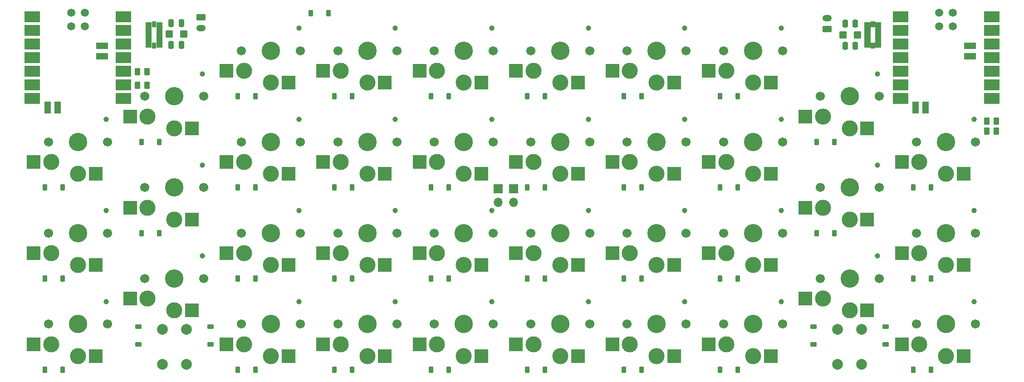
<source format=gbr>
%TF.GenerationSoftware,KiCad,Pcbnew,7.0.2-0*%
%TF.CreationDate,2024-11-09T14:05:59-05:00*%
%TF.ProjectId,PCB,5043422e-6b69-4636-9164-5f7063625858,rev?*%
%TF.SameCoordinates,Original*%
%TF.FileFunction,Soldermask,Bot*%
%TF.FilePolarity,Negative*%
%FSLAX46Y46*%
G04 Gerber Fmt 4.6, Leading zero omitted, Abs format (unit mm)*
G04 Created by KiCad (PCBNEW 7.0.2-0) date 2024-11-09 14:05:59*
%MOMM*%
%LPD*%
G01*
G04 APERTURE LIST*
G04 Aperture macros list*
%AMRoundRect*
0 Rectangle with rounded corners*
0 $1 Rounding radius*
0 $2 $3 $4 $5 $6 $7 $8 $9 X,Y pos of 4 corners*
0 Add a 4 corners polygon primitive as box body*
4,1,4,$2,$3,$4,$5,$6,$7,$8,$9,$2,$3,0*
0 Add four circle primitives for the rounded corners*
1,1,$1+$1,$2,$3*
1,1,$1+$1,$4,$5*
1,1,$1+$1,$6,$7*
1,1,$1+$1,$8,$9*
0 Add four rect primitives between the rounded corners*
20,1,$1+$1,$2,$3,$4,$5,0*
20,1,$1+$1,$4,$5,$6,$7,0*
20,1,$1+$1,$6,$7,$8,$9,0*
20,1,$1+$1,$8,$9,$2,$3,0*%
G04 Aperture macros list end*
%ADD10C,0.010000*%
%ADD11C,1.701800*%
%ADD12C,3.000000*%
%ADD13C,3.429000*%
%ADD14C,0.990600*%
%ADD15R,2.600000X2.600000*%
%ADD16C,2.000000*%
%ADD17R,1.700000X1.700000*%
%ADD18O,1.700000X1.700000*%
%ADD19RoundRect,0.225000X0.225000X0.375000X-0.225000X0.375000X-0.225000X-0.375000X0.225000X-0.375000X0*%
%ADD20RoundRect,0.250000X0.625000X-0.350000X0.625000X0.350000X-0.625000X0.350000X-0.625000X-0.350000X0*%
%ADD21O,1.750000X1.200000*%
%ADD22RoundRect,0.225000X0.375000X-0.225000X0.375000X0.225000X-0.375000X0.225000X-0.375000X-0.225000X0*%
%ADD23RoundRect,0.250000X-0.450000X-0.425000X0.450000X-0.425000X0.450000X0.425000X-0.450000X0.425000X0*%
%ADD24RoundRect,0.250000X-0.250000X-0.475000X0.250000X-0.475000X0.250000X0.475000X-0.250000X0.475000X0*%
%ADD25RoundRect,0.250000X-0.262500X-0.450000X0.262500X-0.450000X0.262500X0.450000X-0.262500X0.450000X0*%
%ADD26RoundRect,0.250000X0.250000X0.475000X-0.250000X0.475000X-0.250000X-0.475000X0.250000X-0.475000X0*%
%ADD27R,3.000000X2.000000*%
%ADD28C,1.500000*%
%ADD29R,1.300000X2.300000*%
%ADD30R,2.300000X1.300000*%
%ADD31RoundRect,0.250000X0.450000X0.425000X-0.450000X0.425000X-0.450000X-0.425000X0.450000X-0.425000X0*%
%ADD32RoundRect,0.250000X0.262500X0.450000X-0.262500X0.450000X-0.262500X-0.450000X0.262500X-0.450000X0*%
%ADD33RoundRect,0.250000X-0.625000X0.350000X-0.625000X-0.350000X0.625000X-0.350000X0.625000X0.350000X0*%
G04 APERTURE END LIST*
%TO.C,U1*%
D10*
X49665000Y-29343000D02*
X48645000Y-29343000D01*
X48645000Y-28633000D01*
X49665000Y-28633000D01*
X49665000Y-29343000D01*
G36*
X49665000Y-29343000D02*
G01*
X48645000Y-29343000D01*
X48645000Y-28633000D01*
X49665000Y-28633000D01*
X49665000Y-29343000D01*
G37*
X49665000Y-30143000D02*
X48645000Y-30143000D01*
X48645000Y-29433000D01*
X49665000Y-29433000D01*
X49665000Y-30143000D01*
G36*
X49665000Y-30143000D02*
G01*
X48645000Y-30143000D01*
X48645000Y-29433000D01*
X49665000Y-29433000D01*
X49665000Y-30143000D01*
G37*
X49665000Y-30943000D02*
X48645000Y-30943000D01*
X48645000Y-30233000D01*
X49665000Y-30233000D01*
X49665000Y-30943000D01*
G36*
X49665000Y-30943000D02*
G01*
X48645000Y-30943000D01*
X48645000Y-30233000D01*
X49665000Y-30233000D01*
X49665000Y-30943000D01*
G37*
X49665000Y-31743000D02*
X48645000Y-31743000D01*
X48645000Y-31033000D01*
X49665000Y-31033000D01*
X49665000Y-31743000D01*
G36*
X49665000Y-31743000D02*
G01*
X48645000Y-31743000D01*
X48645000Y-31033000D01*
X49665000Y-31033000D01*
X49665000Y-31743000D01*
G37*
X49665000Y-32543000D02*
X48645000Y-32543000D01*
X48645000Y-31833000D01*
X49665000Y-31833000D01*
X49665000Y-32543000D01*
G36*
X49665000Y-32543000D02*
G01*
X48645000Y-32543000D01*
X48645000Y-31833000D01*
X49665000Y-31833000D01*
X49665000Y-32543000D01*
G37*
X49665000Y-33343000D02*
X48645000Y-33343000D01*
X48645000Y-32633000D01*
X49665000Y-32633000D01*
X49665000Y-33343000D01*
G36*
X49665000Y-33343000D02*
G01*
X48645000Y-33343000D01*
X48645000Y-32633000D01*
X49665000Y-32633000D01*
X49665000Y-33343000D01*
G37*
X50520000Y-29488000D02*
X49810000Y-29488000D01*
X49810000Y-28468000D01*
X50520000Y-28468000D01*
X50520000Y-29488000D01*
G36*
X50520000Y-29488000D02*
G01*
X49810000Y-29488000D01*
X49810000Y-28468000D01*
X50520000Y-28468000D01*
X50520000Y-29488000D01*
G37*
X50520000Y-33508000D02*
X49810000Y-33508000D01*
X49810000Y-32488000D01*
X50520000Y-32488000D01*
X50520000Y-33508000D01*
G36*
X50520000Y-33508000D02*
G01*
X49810000Y-33508000D01*
X49810000Y-32488000D01*
X50520000Y-32488000D01*
X50520000Y-33508000D01*
G37*
X51685000Y-29343000D02*
X50665000Y-29343000D01*
X50665000Y-28633000D01*
X51685000Y-28633000D01*
X51685000Y-29343000D01*
G36*
X51685000Y-29343000D02*
G01*
X50665000Y-29343000D01*
X50665000Y-28633000D01*
X51685000Y-28633000D01*
X51685000Y-29343000D01*
G37*
X51685000Y-30143000D02*
X50665000Y-30143000D01*
X50665000Y-29433000D01*
X51685000Y-29433000D01*
X51685000Y-30143000D01*
G36*
X51685000Y-30143000D02*
G01*
X50665000Y-30143000D01*
X50665000Y-29433000D01*
X51685000Y-29433000D01*
X51685000Y-30143000D01*
G37*
X51685000Y-30943000D02*
X50665000Y-30943000D01*
X50665000Y-30233000D01*
X51685000Y-30233000D01*
X51685000Y-30943000D01*
G36*
X51685000Y-30943000D02*
G01*
X50665000Y-30943000D01*
X50665000Y-30233000D01*
X51685000Y-30233000D01*
X51685000Y-30943000D01*
G37*
X51685000Y-31743000D02*
X50665000Y-31743000D01*
X50665000Y-31033000D01*
X51685000Y-31033000D01*
X51685000Y-31743000D01*
G36*
X51685000Y-31743000D02*
G01*
X50665000Y-31743000D01*
X50665000Y-31033000D01*
X51685000Y-31033000D01*
X51685000Y-31743000D01*
G37*
X51685000Y-32543000D02*
X50665000Y-32543000D01*
X50665000Y-31833000D01*
X51685000Y-31833000D01*
X51685000Y-32543000D01*
G36*
X51685000Y-32543000D02*
G01*
X50665000Y-32543000D01*
X50665000Y-31833000D01*
X51685000Y-31833000D01*
X51685000Y-32543000D01*
G37*
X51685000Y-33343000D02*
X50665000Y-33343000D01*
X50665000Y-32633000D01*
X51685000Y-32633000D01*
X51685000Y-33343000D01*
G36*
X51685000Y-33343000D02*
G01*
X50665000Y-33343000D01*
X50665000Y-32633000D01*
X51685000Y-32633000D01*
X51685000Y-33343000D01*
G37*
%TO.C,U3*%
X185820000Y-33343000D02*
X184800000Y-33343000D01*
X184800000Y-32633000D01*
X185820000Y-32633000D01*
X185820000Y-33343000D01*
G36*
X185820000Y-33343000D02*
G01*
X184800000Y-33343000D01*
X184800000Y-32633000D01*
X185820000Y-32633000D01*
X185820000Y-33343000D01*
G37*
X185820000Y-32543000D02*
X184800000Y-32543000D01*
X184800000Y-31833000D01*
X185820000Y-31833000D01*
X185820000Y-32543000D01*
G36*
X185820000Y-32543000D02*
G01*
X184800000Y-32543000D01*
X184800000Y-31833000D01*
X185820000Y-31833000D01*
X185820000Y-32543000D01*
G37*
X185820000Y-31743000D02*
X184800000Y-31743000D01*
X184800000Y-31033000D01*
X185820000Y-31033000D01*
X185820000Y-31743000D01*
G36*
X185820000Y-31743000D02*
G01*
X184800000Y-31743000D01*
X184800000Y-31033000D01*
X185820000Y-31033000D01*
X185820000Y-31743000D01*
G37*
X185820000Y-30943000D02*
X184800000Y-30943000D01*
X184800000Y-30233000D01*
X185820000Y-30233000D01*
X185820000Y-30943000D01*
G36*
X185820000Y-30943000D02*
G01*
X184800000Y-30943000D01*
X184800000Y-30233000D01*
X185820000Y-30233000D01*
X185820000Y-30943000D01*
G37*
X185820000Y-30143000D02*
X184800000Y-30143000D01*
X184800000Y-29433000D01*
X185820000Y-29433000D01*
X185820000Y-30143000D01*
G36*
X185820000Y-30143000D02*
G01*
X184800000Y-30143000D01*
X184800000Y-29433000D01*
X185820000Y-29433000D01*
X185820000Y-30143000D01*
G37*
X185820000Y-29343000D02*
X184800000Y-29343000D01*
X184800000Y-28633000D01*
X185820000Y-28633000D01*
X185820000Y-29343000D01*
G36*
X185820000Y-29343000D02*
G01*
X184800000Y-29343000D01*
X184800000Y-28633000D01*
X185820000Y-28633000D01*
X185820000Y-29343000D01*
G37*
X184655000Y-33508000D02*
X183945000Y-33508000D01*
X183945000Y-32488000D01*
X184655000Y-32488000D01*
X184655000Y-33508000D01*
G36*
X184655000Y-33508000D02*
G01*
X183945000Y-33508000D01*
X183945000Y-32488000D01*
X184655000Y-32488000D01*
X184655000Y-33508000D01*
G37*
X184655000Y-29488000D02*
X183945000Y-29488000D01*
X183945000Y-28468000D01*
X184655000Y-28468000D01*
X184655000Y-29488000D01*
G36*
X184655000Y-29488000D02*
G01*
X183945000Y-29488000D01*
X183945000Y-28468000D01*
X184655000Y-28468000D01*
X184655000Y-29488000D01*
G37*
X183800000Y-33343000D02*
X182780000Y-33343000D01*
X182780000Y-32633000D01*
X183800000Y-32633000D01*
X183800000Y-33343000D01*
G36*
X183800000Y-33343000D02*
G01*
X182780000Y-33343000D01*
X182780000Y-32633000D01*
X183800000Y-32633000D01*
X183800000Y-33343000D01*
G37*
X183800000Y-32543000D02*
X182780000Y-32543000D01*
X182780000Y-31833000D01*
X183800000Y-31833000D01*
X183800000Y-32543000D01*
G36*
X183800000Y-32543000D02*
G01*
X182780000Y-32543000D01*
X182780000Y-31833000D01*
X183800000Y-31833000D01*
X183800000Y-32543000D01*
G37*
X183800000Y-31743000D02*
X182780000Y-31743000D01*
X182780000Y-31033000D01*
X183800000Y-31033000D01*
X183800000Y-31743000D01*
G36*
X183800000Y-31743000D02*
G01*
X182780000Y-31743000D01*
X182780000Y-31033000D01*
X183800000Y-31033000D01*
X183800000Y-31743000D01*
G37*
X183800000Y-30943000D02*
X182780000Y-30943000D01*
X182780000Y-30233000D01*
X183800000Y-30233000D01*
X183800000Y-30943000D01*
G36*
X183800000Y-30943000D02*
G01*
X182780000Y-30943000D01*
X182780000Y-30233000D01*
X183800000Y-30233000D01*
X183800000Y-30943000D01*
G37*
X183800000Y-30143000D02*
X182780000Y-30143000D01*
X182780000Y-29433000D01*
X183800000Y-29433000D01*
X183800000Y-30143000D01*
G36*
X183800000Y-30143000D02*
G01*
X182780000Y-30143000D01*
X182780000Y-29433000D01*
X183800000Y-29433000D01*
X183800000Y-30143000D01*
G37*
X183800000Y-29343000D02*
X182780000Y-29343000D01*
X182780000Y-28633000D01*
X183800000Y-28633000D01*
X183800000Y-29343000D01*
G36*
X183800000Y-29343000D02*
G01*
X182780000Y-29343000D01*
X182780000Y-28633000D01*
X183800000Y-28633000D01*
X183800000Y-29343000D01*
G37*
%TD*%
D11*
%TO.C,MX12*%
X48500000Y-76494000D03*
D12*
X49000000Y-80244000D03*
D13*
X54000000Y-76494000D03*
D12*
X54000000Y-82444000D03*
D14*
X59220000Y-72294000D03*
D11*
X59500000Y-76494000D03*
D15*
X57275000Y-82444000D03*
X45725000Y-80244000D03*
%TD*%
D11*
%TO.C,MX6*%
X30500000Y-68000000D03*
D12*
X31000000Y-71750000D03*
D13*
X36000000Y-68000000D03*
D12*
X36000000Y-73950000D03*
D14*
X41220000Y-63800000D03*
D11*
X41500000Y-68000000D03*
D15*
X39275000Y-73950000D03*
X27725000Y-71750000D03*
%TD*%
D11*
%TO.C,MX15*%
X102500000Y-68000000D03*
D12*
X103000000Y-71750000D03*
D13*
X108000000Y-68000000D03*
D12*
X108000000Y-73950000D03*
D14*
X113220000Y-63800000D03*
D11*
X113500000Y-68000000D03*
D15*
X111275000Y-73950000D03*
X99725000Y-71750000D03*
%TD*%
D11*
%TO.C,MX31*%
X174500000Y-76500000D03*
D12*
X175000000Y-80250000D03*
D13*
X180000000Y-76500000D03*
D12*
X180000000Y-82450000D03*
D14*
X185220000Y-72300000D03*
D11*
X185500000Y-76500000D03*
D15*
X183275000Y-82450000D03*
X171725000Y-80250000D03*
%TD*%
D11*
%TO.C,MX27*%
X156500000Y-51000000D03*
D12*
X157000000Y-54750000D03*
D13*
X162000000Y-51000000D03*
D12*
X162000000Y-56950000D03*
D14*
X167220000Y-46800000D03*
D11*
X167500000Y-51000000D03*
D15*
X165275000Y-56950000D03*
X153725000Y-54750000D03*
%TD*%
D11*
%TO.C,MX5*%
X102500000Y-34000000D03*
D12*
X103000000Y-37750000D03*
D13*
X108000000Y-34000000D03*
D12*
X108000000Y-39950000D03*
D14*
X113220000Y-29800000D03*
D11*
X113500000Y-34000000D03*
D15*
X111275000Y-39950000D03*
X99725000Y-37750000D03*
%TD*%
D11*
%TO.C,MX11*%
X30500000Y-85000000D03*
D12*
X31000000Y-88750000D03*
D13*
X36000000Y-85000000D03*
D12*
X36000000Y-90950000D03*
D14*
X41220000Y-80800000D03*
D11*
X41500000Y-85000000D03*
D15*
X39275000Y-90950000D03*
X27725000Y-88750000D03*
%TD*%
D16*
%TO.C,MX19*%
X51750000Y-92500000D03*
X51750000Y-86000000D03*
X56250000Y-92500000D03*
X56250000Y-86000000D03*
%TD*%
D11*
%TO.C,MX29*%
X120500000Y-51000000D03*
D12*
X121000000Y-54750000D03*
D13*
X126000000Y-51000000D03*
D12*
X126000000Y-56950000D03*
D14*
X131220000Y-46800000D03*
D11*
X131500000Y-51000000D03*
D15*
X129275000Y-56950000D03*
X117725000Y-54750000D03*
%TD*%
D11*
%TO.C,MX16*%
X66500000Y-85000000D03*
D12*
X67000000Y-88750000D03*
D13*
X72000000Y-85000000D03*
D12*
X72000000Y-90950000D03*
D14*
X77220000Y-80800000D03*
D11*
X77500000Y-85000000D03*
D15*
X75275000Y-90950000D03*
X63725000Y-88750000D03*
%TD*%
D16*
%TO.C,MX38*%
X182250000Y-86000000D03*
X182250000Y-92500000D03*
X177750000Y-86000000D03*
X177750000Y-92500000D03*
%TD*%
D11*
%TO.C,MX2*%
X48500000Y-42500000D03*
D12*
X49000000Y-46250000D03*
D13*
X54000000Y-42500000D03*
D12*
X54000000Y-48450000D03*
D14*
X59220000Y-38300000D03*
D11*
X59500000Y-42500000D03*
D15*
X57275000Y-48450000D03*
X45725000Y-46250000D03*
%TD*%
D11*
%TO.C,MX10*%
X102500000Y-51000000D03*
D12*
X103000000Y-54750000D03*
D13*
X108000000Y-51000000D03*
D12*
X108000000Y-56950000D03*
D14*
X113220000Y-46800000D03*
D11*
X113500000Y-51000000D03*
D15*
X111275000Y-56950000D03*
X99725000Y-54750000D03*
%TD*%
D17*
%TO.C,J3*%
X114450000Y-59725000D03*
D18*
X114450000Y-62265000D03*
%TD*%
D11*
%TO.C,MX30*%
X192500000Y-85000000D03*
D12*
X193000000Y-88750000D03*
D13*
X198000000Y-85000000D03*
D12*
X198000000Y-90950000D03*
D14*
X203220000Y-80800000D03*
D11*
X203500000Y-85000000D03*
D15*
X201275000Y-90950000D03*
X189725000Y-88750000D03*
%TD*%
D11*
%TO.C,MX34*%
X120500000Y-68000000D03*
D12*
X121000000Y-71750000D03*
D13*
X126000000Y-68000000D03*
D12*
X126000000Y-73950000D03*
D14*
X131220000Y-63800000D03*
D11*
X131500000Y-68000000D03*
D15*
X129275000Y-73950000D03*
X117725000Y-71750000D03*
%TD*%
D11*
%TO.C,MX3*%
X66500000Y-34000000D03*
D12*
X67000000Y-37750000D03*
D13*
X72000000Y-34000000D03*
D12*
X72000000Y-39950000D03*
D14*
X77220000Y-29800000D03*
D11*
X77500000Y-34000000D03*
D15*
X75275000Y-39950000D03*
X63725000Y-37750000D03*
%TD*%
D11*
%TO.C,MX21*%
X174500000Y-42500000D03*
D12*
X175000000Y-46250000D03*
D13*
X180000000Y-42500000D03*
D12*
X180000000Y-48450000D03*
D14*
X185220000Y-38300000D03*
D11*
X185500000Y-42500000D03*
D15*
X183275000Y-48450000D03*
X171725000Y-46250000D03*
%TD*%
D11*
%TO.C,MX20*%
X192500000Y-51000000D03*
D12*
X193000000Y-54750000D03*
D13*
X198000000Y-51000000D03*
D12*
X198000000Y-56950000D03*
D14*
X203220000Y-46800000D03*
D11*
X203500000Y-51000000D03*
D15*
X201275000Y-56950000D03*
X189725000Y-54750000D03*
%TD*%
D11*
%TO.C,MX7*%
X48500000Y-59500000D03*
D12*
X49000000Y-63250000D03*
D13*
X54000000Y-59500000D03*
D12*
X54000000Y-65450000D03*
D14*
X59220000Y-55300000D03*
D11*
X59500000Y-59500000D03*
D15*
X57275000Y-65450000D03*
X45725000Y-63250000D03*
%TD*%
D11*
%TO.C,MX32*%
X156500000Y-68000000D03*
D12*
X157000000Y-71750000D03*
D13*
X162000000Y-68000000D03*
D12*
X162000000Y-73950000D03*
D14*
X167220000Y-63800000D03*
D11*
X167500000Y-68000000D03*
D15*
X165275000Y-73950000D03*
X153725000Y-71750000D03*
%TD*%
D11*
%TO.C,MX13*%
X66500000Y-68000000D03*
D12*
X67000000Y-71750000D03*
D13*
X72000000Y-68000000D03*
D12*
X72000000Y-73950000D03*
D14*
X77220000Y-63800000D03*
D11*
X77500000Y-68000000D03*
D15*
X75275000Y-73950000D03*
X63725000Y-71750000D03*
%TD*%
D11*
%TO.C,MX35*%
X156500000Y-85000000D03*
D12*
X157000000Y-88750000D03*
D13*
X162000000Y-85000000D03*
D12*
X162000000Y-90950000D03*
D14*
X167220000Y-80800000D03*
D11*
X167500000Y-85000000D03*
D15*
X165275000Y-90950000D03*
X153725000Y-88750000D03*
%TD*%
D11*
%TO.C,MX33*%
X138500000Y-68000000D03*
D12*
X139000000Y-71750000D03*
D13*
X144000000Y-68000000D03*
D12*
X144000000Y-73950000D03*
D14*
X149220000Y-63800000D03*
D11*
X149500000Y-68000000D03*
D15*
X147275000Y-73950000D03*
X135725000Y-71750000D03*
%TD*%
D11*
%TO.C,MX25*%
X192500000Y-68000000D03*
D12*
X193000000Y-71750000D03*
D13*
X198000000Y-68000000D03*
D12*
X198000000Y-73950000D03*
D14*
X203220000Y-63800000D03*
D11*
X203500000Y-68000000D03*
D15*
X201275000Y-73950000D03*
X189725000Y-71750000D03*
%TD*%
D11*
%TO.C,MX14*%
X84500000Y-68000000D03*
D12*
X85000000Y-71750000D03*
D13*
X90000000Y-68000000D03*
D12*
X90000000Y-73950000D03*
D14*
X95220000Y-63800000D03*
D11*
X95500000Y-68000000D03*
D15*
X93275000Y-73950000D03*
X81725000Y-71750000D03*
%TD*%
D11*
%TO.C,MX1*%
X30500000Y-51000000D03*
D12*
X31000000Y-54750000D03*
D13*
X36000000Y-51000000D03*
D12*
X36000000Y-56950000D03*
D14*
X41220000Y-46800000D03*
D11*
X41500000Y-51000000D03*
D15*
X39275000Y-56950000D03*
X27725000Y-54750000D03*
%TD*%
D11*
%TO.C,MX8*%
X66500000Y-51000000D03*
D12*
X67000000Y-54750000D03*
D13*
X72000000Y-51000000D03*
D12*
X72000000Y-56950000D03*
D14*
X77220000Y-46800000D03*
D11*
X77500000Y-51000000D03*
D15*
X75275000Y-56950000D03*
X63725000Y-54750000D03*
%TD*%
D11*
%TO.C,MX37*%
X120500000Y-85000000D03*
D12*
X121000000Y-88750000D03*
D13*
X126000000Y-85000000D03*
D12*
X126000000Y-90950000D03*
D14*
X131220000Y-80800000D03*
D11*
X131500000Y-85000000D03*
D15*
X129275000Y-90950000D03*
X117725000Y-88750000D03*
%TD*%
D11*
%TO.C,MX28*%
X138500000Y-51000000D03*
D12*
X139000000Y-54750000D03*
D13*
X144000000Y-51000000D03*
D12*
X144000000Y-56950000D03*
D14*
X149220000Y-46800000D03*
D11*
X149500000Y-51000000D03*
D15*
X147275000Y-56950000D03*
X135725000Y-54750000D03*
%TD*%
D11*
%TO.C,MX9*%
X84500000Y-51000000D03*
D12*
X85000000Y-54750000D03*
D13*
X90000000Y-51000000D03*
D12*
X90000000Y-56950000D03*
D14*
X95220000Y-46800000D03*
D11*
X95500000Y-51000000D03*
D15*
X93275000Y-56950000D03*
X81725000Y-54750000D03*
%TD*%
D11*
%TO.C,MX23*%
X138500000Y-34000000D03*
D12*
X139000000Y-37750000D03*
D13*
X144000000Y-34000000D03*
D12*
X144000000Y-39950000D03*
D14*
X149220000Y-29800000D03*
D11*
X149500000Y-34000000D03*
D15*
X147275000Y-39950000D03*
X135725000Y-37750000D03*
%TD*%
D11*
%TO.C,MX36*%
X138500000Y-85000000D03*
D12*
X139000000Y-88750000D03*
D13*
X144000000Y-85000000D03*
D12*
X144000000Y-90950000D03*
D14*
X149220000Y-80800000D03*
D11*
X149500000Y-85000000D03*
D15*
X147275000Y-90950000D03*
X135725000Y-88750000D03*
%TD*%
D11*
%TO.C,MX17*%
X84500000Y-85000000D03*
D12*
X85000000Y-88750000D03*
D13*
X90000000Y-85000000D03*
D12*
X90000000Y-90950000D03*
D14*
X95220000Y-80800000D03*
D11*
X95500000Y-85000000D03*
D15*
X93275000Y-90950000D03*
X81725000Y-88750000D03*
%TD*%
D11*
%TO.C,MX18*%
X102500000Y-85000000D03*
D12*
X103000000Y-88750000D03*
D13*
X108000000Y-85000000D03*
D12*
X108000000Y-90950000D03*
D14*
X113220000Y-80800000D03*
D11*
X113500000Y-85000000D03*
D15*
X111275000Y-90950000D03*
X99725000Y-88750000D03*
%TD*%
D11*
%TO.C,MX4*%
X84500000Y-34000000D03*
D12*
X85000000Y-37750000D03*
D13*
X90000000Y-34000000D03*
D12*
X90000000Y-39950000D03*
D14*
X95220000Y-29800000D03*
D11*
X95500000Y-34000000D03*
D15*
X93275000Y-39950000D03*
X81725000Y-37750000D03*
%TD*%
D11*
%TO.C,MX24*%
X120500000Y-34000000D03*
D12*
X121000000Y-37750000D03*
D13*
X126000000Y-34000000D03*
D12*
X126000000Y-39950000D03*
D14*
X131220000Y-29800000D03*
D11*
X131500000Y-34000000D03*
D15*
X129275000Y-39950000D03*
X117725000Y-37750000D03*
%TD*%
D11*
%TO.C,MX22*%
X156500000Y-34000000D03*
D12*
X157000000Y-37750000D03*
D13*
X162000000Y-34000000D03*
D12*
X162000000Y-39950000D03*
D14*
X167220000Y-29800000D03*
D11*
X167500000Y-34000000D03*
D15*
X165275000Y-39950000D03*
X153725000Y-37750000D03*
%TD*%
D11*
%TO.C,MX26*%
X174500000Y-59500000D03*
D12*
X175000000Y-63250000D03*
D13*
X180000000Y-59500000D03*
D12*
X180000000Y-65450000D03*
D14*
X185220000Y-55300000D03*
D11*
X185500000Y-59500000D03*
D15*
X183275000Y-65450000D03*
X171725000Y-63250000D03*
%TD*%
D17*
%TO.C,J4*%
X117300000Y-59725000D03*
D18*
X117300000Y-62265000D03*
%TD*%
D19*
%TO.C,D36*%
X141150000Y-93500000D03*
X137850000Y-93500000D03*
%TD*%
%TO.C,D8*%
X69150000Y-59500000D03*
X65850000Y-59500000D03*
%TD*%
%TO.C,D25*%
X195150000Y-76500000D03*
X191850000Y-76500000D03*
%TD*%
D20*
%TO.C,J2*%
X175800000Y-29900000D03*
D21*
X175800000Y-27900000D03*
%TD*%
D19*
%TO.C,D27*%
X159150000Y-59500000D03*
X155850000Y-59500000D03*
%TD*%
D22*
%TO.C,D12*%
X47250000Y-88775000D03*
X47250000Y-85475000D03*
%TD*%
D19*
%TO.C,D1*%
X33150000Y-59500000D03*
X29850000Y-59500000D03*
%TD*%
D23*
%TO.C,C6*%
X178800000Y-31050000D03*
X181500000Y-31050000D03*
%TD*%
D19*
%TO.C,D6*%
X33150000Y-76500000D03*
X29850000Y-76500000D03*
%TD*%
%TO.C,D39*%
X82750000Y-26950000D03*
X79450000Y-26950000D03*
%TD*%
%TO.C,D9*%
X87150000Y-59500000D03*
X83850000Y-59500000D03*
%TD*%
%TO.C,D24*%
X123150000Y-42500000D03*
X119850000Y-42500000D03*
%TD*%
D22*
%TO.C,D38*%
X173250000Y-88775000D03*
X173250000Y-85475000D03*
%TD*%
D19*
%TO.C,D35*%
X159150000Y-93500000D03*
X155850000Y-93500000D03*
%TD*%
%TO.C,D20*%
X195150000Y-59500000D03*
X191850000Y-59500000D03*
%TD*%
D24*
%TO.C,C5*%
X179150000Y-28950000D03*
X181050000Y-28950000D03*
%TD*%
D19*
%TO.C,D28*%
X141150000Y-59500000D03*
X137850000Y-59500000D03*
%TD*%
D22*
%TO.C,D19*%
X60750000Y-88775000D03*
X60750000Y-85475000D03*
%TD*%
D25*
%TO.C,R3*%
X205587500Y-47100000D03*
X207412500Y-47100000D03*
%TD*%
D19*
%TO.C,D13*%
X69150000Y-76500000D03*
X65850000Y-76500000D03*
%TD*%
%TO.C,D23*%
X141150000Y-42500000D03*
X137850000Y-42500000D03*
%TD*%
D26*
%TO.C,C2*%
X55306000Y-28829000D03*
X53406000Y-28829000D03*
%TD*%
D19*
%TO.C,D3*%
X69150000Y-42500000D03*
X65850000Y-42500000D03*
%TD*%
D27*
%TO.C,U2*%
X44500000Y-27675000D03*
X44500000Y-30215000D03*
X44500000Y-32755000D03*
X44500000Y-35295000D03*
X44500000Y-37835000D03*
X44500000Y-40375000D03*
X44500000Y-42915000D03*
X27500000Y-42915000D03*
X27500000Y-40375000D03*
X27500000Y-37835000D03*
X27500000Y-35295000D03*
X27500000Y-32755000D03*
X27500000Y-30215000D03*
X27500000Y-27675000D03*
D28*
X37270000Y-26905000D03*
X34730000Y-26905000D03*
X37270000Y-29445000D03*
X34730000Y-29445000D03*
D29*
X32200000Y-44545000D03*
X30300000Y-44545000D03*
D30*
X40500000Y-33095000D03*
X40500000Y-34995000D03*
%TD*%
D19*
%TO.C,D17*%
X87150000Y-93500000D03*
X83850000Y-93500000D03*
%TD*%
D31*
%TO.C,C3*%
X55706000Y-30861000D03*
X53006000Y-30861000D03*
%TD*%
D19*
%TO.C,D15*%
X105150000Y-76500000D03*
X101850000Y-76500000D03*
%TD*%
D32*
%TO.C,R2*%
X48918500Y-37846000D03*
X47093500Y-37846000D03*
%TD*%
D19*
%TO.C,D34*%
X123150000Y-76500000D03*
X119850000Y-76500000D03*
%TD*%
D27*
%TO.C,U4*%
X206500000Y-27675000D03*
X206500000Y-30215000D03*
X206500000Y-32755000D03*
X206500000Y-35295000D03*
X206500000Y-37835000D03*
X206500000Y-40375000D03*
X206500000Y-42915000D03*
X189500000Y-42915000D03*
X189500000Y-40375000D03*
X189500000Y-37835000D03*
X189500000Y-35295000D03*
X189500000Y-32755000D03*
X189500000Y-30215000D03*
X189500000Y-27675000D03*
D28*
X199270000Y-26905000D03*
X196730000Y-26905000D03*
X199270000Y-29445000D03*
X196730000Y-29445000D03*
D29*
X194200000Y-44545000D03*
X192300000Y-44545000D03*
D30*
X202500000Y-33095000D03*
X202500000Y-34995000D03*
%TD*%
D19*
%TO.C,D32*%
X159150000Y-76500000D03*
X155850000Y-76500000D03*
%TD*%
%TO.C,D18*%
X105150000Y-93500000D03*
X101850000Y-93500000D03*
%TD*%
%TO.C,D4*%
X87150000Y-42500000D03*
X83850000Y-42500000D03*
%TD*%
%TO.C,D21*%
X177150000Y-51000000D03*
X173850000Y-51000000D03*
%TD*%
%TO.C,D29*%
X123150000Y-59500000D03*
X119850000Y-59500000D03*
%TD*%
%TO.C,D16*%
X69150000Y-93500000D03*
X65850000Y-93500000D03*
%TD*%
%TO.C,D33*%
X141150000Y-76500000D03*
X137850000Y-76500000D03*
%TD*%
%TO.C,D30*%
X195150000Y-93500000D03*
X191850000Y-93500000D03*
%TD*%
%TO.C,D7*%
X51150000Y-68000000D03*
X47850000Y-68000000D03*
%TD*%
D32*
%TO.C,R1*%
X48918500Y-40386000D03*
X47093500Y-40386000D03*
%TD*%
D19*
%TO.C,D37*%
X123150000Y-93500000D03*
X119850000Y-93500000D03*
%TD*%
D25*
%TO.C,R4*%
X205587500Y-49000000D03*
X207412500Y-49000000D03*
%TD*%
D19*
%TO.C,D11*%
X33150000Y-93500000D03*
X29850000Y-93500000D03*
%TD*%
D24*
%TO.C,C4*%
X179150000Y-33100000D03*
X181050000Y-33100000D03*
%TD*%
D19*
%TO.C,D2*%
X51150000Y-51000000D03*
X47850000Y-51000000D03*
%TD*%
%TO.C,D26*%
X177150000Y-68000000D03*
X173850000Y-68000000D03*
%TD*%
D33*
%TO.C,J1*%
X58950000Y-27750000D03*
D21*
X58950000Y-29750000D03*
%TD*%
D19*
%TO.C,D22*%
X159150000Y-42500000D03*
X155850000Y-42500000D03*
%TD*%
%TO.C,D5*%
X105150000Y-42500000D03*
X101850000Y-42500000D03*
%TD*%
%TO.C,D10*%
X105150000Y-59500000D03*
X101850000Y-59500000D03*
%TD*%
%TO.C,D14*%
X87150000Y-76500000D03*
X83850000Y-76500000D03*
%TD*%
D22*
%TO.C,D31*%
X186750000Y-88775000D03*
X186750000Y-85475000D03*
%TD*%
D26*
%TO.C,C1*%
X55306000Y-32893000D03*
X53406000Y-32893000D03*
%TD*%
M02*

</source>
